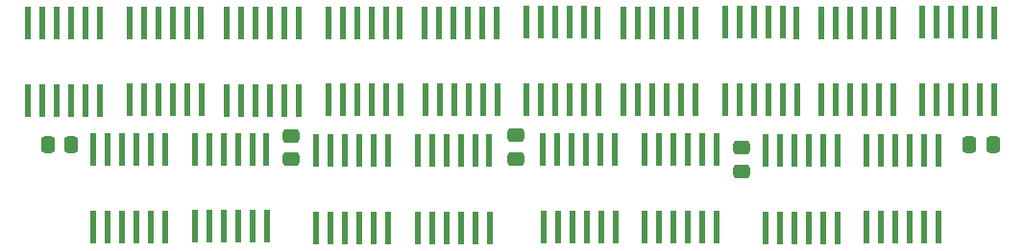
<source format=gbr>
%TF.GenerationSoftware,KiCad,Pcbnew,6.0.0+dfsg1-2*%
%TF.CreationDate,2022-02-11T22:49:32+03:00*%
%TF.ProjectId,simm3016,73696d6d-3330-4313-962e-6b696361645f,rev?*%
%TF.SameCoordinates,Original*%
%TF.FileFunction,Paste,Top*%
%TF.FilePolarity,Positive*%
%FSLAX46Y46*%
G04 Gerber Fmt 4.6, Leading zero omitted, Abs format (unit mm)*
G04 Created by KiCad (PCBNEW 6.0.0+dfsg1-2) date 2022-02-11 22:49:32*
%MOMM*%
%LPD*%
G01*
G04 APERTURE LIST*
G04 Aperture macros list*
%AMRoundRect*
0 Rectangle with rounded corners*
0 $1 Rounding radius*
0 $2 $3 $4 $5 $6 $7 $8 $9 X,Y pos of 4 corners*
0 Add a 4 corners polygon primitive as box body*
4,1,4,$2,$3,$4,$5,$6,$7,$8,$9,$2,$3,0*
0 Add four circle primitives for the rounded corners*
1,1,$1+$1,$2,$3*
1,1,$1+$1,$4,$5*
1,1,$1+$1,$6,$7*
1,1,$1+$1,$8,$9*
0 Add four rect primitives between the rounded corners*
20,1,$1+$1,$2,$3,$4,$5,0*
20,1,$1+$1,$4,$5,$6,$7,0*
20,1,$1+$1,$6,$7,$8,$9,0*
20,1,$1+$1,$8,$9,$2,$3,0*%
G04 Aperture macros list end*
%ADD10R,0.600000X3.000000*%
%ADD11RoundRect,0.250000X0.475000X-0.337500X0.475000X0.337500X-0.475000X0.337500X-0.475000X-0.337500X0*%
%ADD12RoundRect,0.250000X-0.337500X-0.475000X0.337500X-0.475000X0.337500X0.475000X-0.337500X0.475000X0*%
G04 APERTURE END LIST*
D10*
%TO.C,D8*%
X189920000Y-129230000D03*
X191190000Y-129230000D03*
X192460000Y-129230000D03*
X193730000Y-129230000D03*
X195000000Y-129230000D03*
X196270000Y-129230000D03*
X198840000Y-129200000D03*
X200110000Y-129200000D03*
X201380000Y-129200000D03*
X202650000Y-129200000D03*
X203920000Y-129200000D03*
X205190000Y-129200000D03*
X205140000Y-122400000D03*
X203920000Y-122370000D03*
X202650000Y-122370000D03*
X201380000Y-122370000D03*
X200110000Y-122370000D03*
X198840000Y-122370000D03*
X196240000Y-122400000D03*
X194970000Y-122400000D03*
X193700000Y-122400000D03*
X192430000Y-122400000D03*
X191160000Y-122400000D03*
X189890000Y-122400000D03*
%TD*%
D11*
%TO.C,C2*%
X200300000Y-135537500D03*
X200300000Y-133462500D03*
%TD*%
D10*
%TO.C,D4*%
X162810000Y-140540000D03*
X164080000Y-140540000D03*
X165350000Y-140540000D03*
X166620000Y-140540000D03*
X167890000Y-140540000D03*
X169160000Y-140540000D03*
X171730000Y-140510000D03*
X173000000Y-140510000D03*
X174270000Y-140510000D03*
X175540000Y-140510000D03*
X176810000Y-140510000D03*
X178080000Y-140510000D03*
X178030000Y-133710000D03*
X176810000Y-133680000D03*
X175540000Y-133680000D03*
X174270000Y-133680000D03*
X173000000Y-133680000D03*
X171730000Y-133680000D03*
X169130000Y-133710000D03*
X167860000Y-133710000D03*
X166590000Y-133710000D03*
X165320000Y-133710000D03*
X164050000Y-133710000D03*
X162780000Y-133710000D03*
%TD*%
D11*
%TO.C,C1*%
X180400000Y-134437500D03*
X180400000Y-132362500D03*
%TD*%
D10*
%TO.C,D5*%
X182830000Y-140450000D03*
X184100000Y-140450000D03*
X185370000Y-140450000D03*
X186640000Y-140450000D03*
X187910000Y-140450000D03*
X189180000Y-140450000D03*
X191750000Y-140420000D03*
X193020000Y-140420000D03*
X194290000Y-140420000D03*
X195560000Y-140420000D03*
X196830000Y-140420000D03*
X198100000Y-140420000D03*
X198050000Y-133620000D03*
X196830000Y-133590000D03*
X195560000Y-133590000D03*
X194290000Y-133590000D03*
X193020000Y-133590000D03*
X191750000Y-133590000D03*
X189150000Y-133620000D03*
X187880000Y-133620000D03*
X186610000Y-133620000D03*
X185340000Y-133620000D03*
X184070000Y-133620000D03*
X182800000Y-133620000D03*
%TD*%
D12*
%TO.C,C3*%
X139162500Y-133200000D03*
X141237500Y-133200000D03*
%TD*%
%TO.C,C5*%
X220362500Y-133200000D03*
X222437500Y-133200000D03*
%TD*%
D10*
%TO.C,D1*%
X143180000Y-140430000D03*
X144450000Y-140430000D03*
X145720000Y-140430000D03*
X146990000Y-140430000D03*
X148260000Y-140430000D03*
X149530000Y-140430000D03*
X152100000Y-140400000D03*
X153370000Y-140400000D03*
X154640000Y-140400000D03*
X155910000Y-140400000D03*
X157180000Y-140400000D03*
X158450000Y-140400000D03*
X158400000Y-133600000D03*
X157180000Y-133570000D03*
X155910000Y-133570000D03*
X154640000Y-133570000D03*
X153370000Y-133570000D03*
X152100000Y-133570000D03*
X149500000Y-133600000D03*
X148230000Y-133600000D03*
X146960000Y-133600000D03*
X145690000Y-133600000D03*
X144420000Y-133600000D03*
X143150000Y-133600000D03*
%TD*%
%TO.C,D9*%
X207320000Y-129230000D03*
X208590000Y-129230000D03*
X209860000Y-129230000D03*
X211130000Y-129230000D03*
X212400000Y-129230000D03*
X213670000Y-129230000D03*
X216240000Y-129200000D03*
X217510000Y-129200000D03*
X218780000Y-129200000D03*
X220050000Y-129200000D03*
X221320000Y-129200000D03*
X222590000Y-129200000D03*
X222540000Y-122400000D03*
X221320000Y-122370000D03*
X220050000Y-122370000D03*
X218780000Y-122370000D03*
X217510000Y-122370000D03*
X216240000Y-122370000D03*
X213640000Y-122400000D03*
X212370000Y-122400000D03*
X211100000Y-122400000D03*
X209830000Y-122400000D03*
X208560000Y-122400000D03*
X207290000Y-122400000D03*
%TD*%
D11*
%TO.C,C4*%
X160600000Y-134475000D03*
X160600000Y-132400000D03*
%TD*%
D10*
%TO.C,D6*%
X172410000Y-129220000D03*
X173680000Y-129220000D03*
X174950000Y-129220000D03*
X176220000Y-129220000D03*
X177490000Y-129220000D03*
X178760000Y-129220000D03*
X181330000Y-129190000D03*
X182600000Y-129190000D03*
X183870000Y-129190000D03*
X185140000Y-129190000D03*
X186410000Y-129190000D03*
X187680000Y-129190000D03*
X187630000Y-122390000D03*
X186410000Y-122360000D03*
X185140000Y-122360000D03*
X183870000Y-122360000D03*
X182600000Y-122360000D03*
X181330000Y-122360000D03*
X178730000Y-122390000D03*
X177460000Y-122390000D03*
X176190000Y-122390000D03*
X174920000Y-122390000D03*
X173650000Y-122390000D03*
X172380000Y-122390000D03*
%TD*%
%TO.C,D2*%
X137410000Y-129240000D03*
X138680000Y-129240000D03*
X139950000Y-129240000D03*
X141220000Y-129240000D03*
X142490000Y-129240000D03*
X143760000Y-129240000D03*
X146330000Y-129210000D03*
X147600000Y-129210000D03*
X148870000Y-129210000D03*
X150140000Y-129210000D03*
X151410000Y-129210000D03*
X152680000Y-129210000D03*
X152630000Y-122410000D03*
X151410000Y-122380000D03*
X150140000Y-122380000D03*
X148870000Y-122380000D03*
X147600000Y-122380000D03*
X146330000Y-122380000D03*
X143730000Y-122410000D03*
X142460000Y-122410000D03*
X141190000Y-122410000D03*
X139920000Y-122410000D03*
X138650000Y-122410000D03*
X137380000Y-122410000D03*
%TD*%
%TO.C,D3*%
X154930000Y-129240000D03*
X156200000Y-129240000D03*
X157470000Y-129240000D03*
X158740000Y-129240000D03*
X160010000Y-129240000D03*
X161280000Y-129240000D03*
X163850000Y-129210000D03*
X165120000Y-129210000D03*
X166390000Y-129210000D03*
X167660000Y-129210000D03*
X168930000Y-129210000D03*
X170200000Y-129210000D03*
X170150000Y-122410000D03*
X168930000Y-122380000D03*
X167660000Y-122380000D03*
X166390000Y-122380000D03*
X165120000Y-122380000D03*
X163850000Y-122380000D03*
X161250000Y-122410000D03*
X159980000Y-122410000D03*
X158710000Y-122410000D03*
X157440000Y-122410000D03*
X156170000Y-122410000D03*
X154900000Y-122410000D03*
%TD*%
%TO.C,D7*%
X202400000Y-140510000D03*
X203670000Y-140510000D03*
X204940000Y-140510000D03*
X206210000Y-140510000D03*
X207480000Y-140510000D03*
X208750000Y-140510000D03*
X211320000Y-140480000D03*
X212590000Y-140480000D03*
X213860000Y-140480000D03*
X215130000Y-140480000D03*
X216400000Y-140480000D03*
X217670000Y-140480000D03*
X217620000Y-133680000D03*
X216400000Y-133650000D03*
X215130000Y-133650000D03*
X213860000Y-133650000D03*
X212590000Y-133650000D03*
X211320000Y-133650000D03*
X208720000Y-133680000D03*
X207450000Y-133680000D03*
X206180000Y-133680000D03*
X204910000Y-133680000D03*
X203640000Y-133680000D03*
X202370000Y-133680000D03*
%TD*%
M02*

</source>
